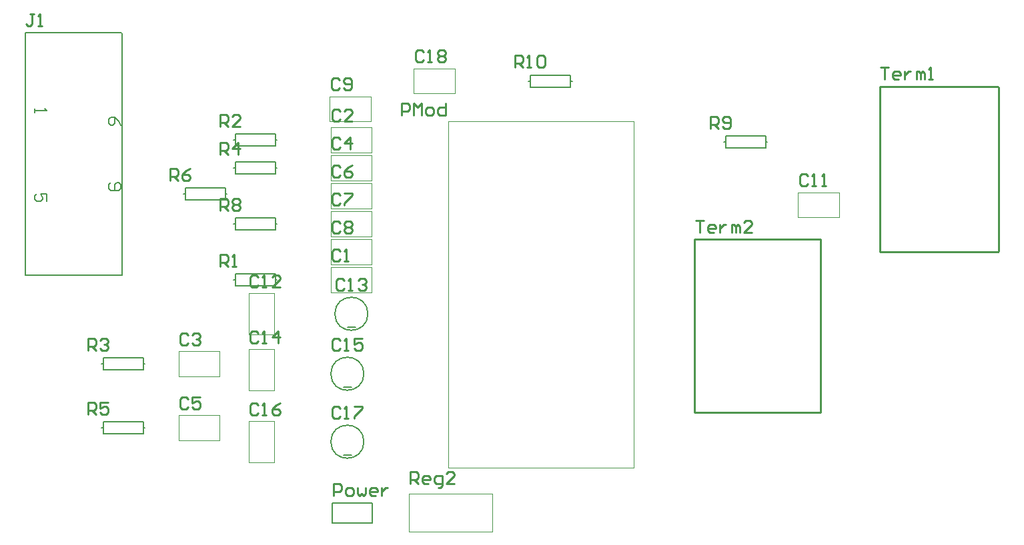
<source format=gto>
%FSLAX44Y44*%
%MOMM*%
G71*
G01*
G75*
%ADD10C,0.2000*%
%ADD11C,0.4000*%
%ADD12C,0.3000*%
%ADD13C,1.3000*%
%ADD14C,1.4000*%
%ADD15C,2.0000*%
%ADD16C,1.6900*%
%ADD17R,1.6900X1.6900*%
%ADD18C,4.7600*%
%ADD19C,1.5240*%
%ADD20R,1.5000X1.5000*%
%ADD21C,1.5000*%
%ADD22C,1.0000*%
%ADD23C,1.0160*%
%ADD24R,1.6660X1.6660*%
%ADD25R,1.7160X1.7160*%
%ADD26O,1.6660X2.5160*%
%ADD27C,2.1060*%
%ADD28C,4.2760*%
%ADD29C,2.0160*%
%ADD30C,1.9160*%
%ADD31C,1.8660*%
%ADD32C,1.5660*%
%ADD33C,2.2160*%
%ADD34C,1.5160*%
%ADD35C,0.1000*%
%ADD36C,0.2540*%
%ADD37C,0.1500*%
D10*
X962070Y913250D02*
G03*
X962070Y913250I-21000J0D01*
G01*
Y999610D02*
G03*
X962070Y999610I-21000J0D01*
G01*
X967150Y1075810D02*
G03*
X967150Y1075810I-21000J0D01*
G01*
X655320Y1124560D02*
Y1432560D01*
X532190Y1124890D02*
Y1432890D01*
Y1124890D02*
X653990D01*
X532190Y1432890D02*
X653990D01*
X922020Y810260D02*
Y835660D01*
X972820D01*
Y810260D02*
Y835660D01*
X922020Y810260D02*
X972820D01*
X849630Y1296670D02*
Y1304290D01*
X798830D02*
X849630D01*
X798830Y1289050D02*
Y1304290D01*
Y1289050D02*
X849630D01*
Y1296670D01*
X796544D02*
X798830D01*
X849630D02*
X851916D01*
X849630Y1118870D02*
Y1126490D01*
X798830D02*
X849630D01*
X798830Y1111250D02*
Y1126490D01*
Y1111250D02*
X849630D01*
Y1118870D01*
X796544D02*
X798830D01*
X849630D02*
X851916D01*
X1421130Y1286510D02*
Y1294130D01*
Y1286510D02*
X1471930D01*
Y1301750D01*
X1421130D02*
X1471930D01*
X1421130Y1294130D02*
Y1301750D01*
X1471930Y1294130D02*
X1474216D01*
X1418844D02*
X1421130D01*
X798830Y1182370D02*
Y1189990D01*
Y1182370D02*
X849630D01*
Y1197610D01*
X798830D02*
X849630D01*
X798830Y1189990D02*
Y1197610D01*
X849630Y1189990D02*
X851916D01*
X796544D02*
X798830D01*
X849630Y1261110D02*
Y1268730D01*
X798830D02*
X849630D01*
X798830Y1253490D02*
Y1268730D01*
Y1253490D02*
X849630D01*
Y1261110D01*
X796544D02*
X798830D01*
X849630D02*
X851916D01*
X681990Y1012190D02*
Y1019810D01*
X631190D02*
X681990D01*
X631190Y1004570D02*
Y1019810D01*
Y1004570D02*
X681990D01*
Y1012190D01*
X628904D02*
X631190D01*
X681990D02*
X684276D01*
X1224280Y1371600D02*
Y1379220D01*
X1173480D02*
X1224280D01*
X1173480Y1363980D02*
Y1379220D01*
Y1363980D02*
X1224280D01*
Y1371600D01*
X1171194D02*
X1173480D01*
X1224280D02*
X1226566D01*
X786130Y1228090D02*
Y1235710D01*
X735330D02*
X786130D01*
X735330Y1220470D02*
Y1235710D01*
Y1220470D02*
X786130D01*
Y1228090D01*
X733044D02*
X735330D01*
X786130D02*
X788416D01*
X681990Y930910D02*
Y938530D01*
X631190D02*
X681990D01*
X631190Y923290D02*
Y938530D01*
Y923290D02*
X681990D01*
Y930910D01*
X628904D02*
X631190D01*
X681990D02*
X684276D01*
X935990Y896620D02*
X946150D01*
X935990Y982980D02*
X946150D01*
X941070Y1059180D02*
X951230D01*
D35*
X1069340Y1320110D02*
X1304290D01*
Y880110D02*
Y1320110D01*
X1069340Y880110D02*
X1304290D01*
X1069340D02*
Y1320110D01*
X1018880Y798960D02*
X1124880D01*
X1018880D02*
Y846960D01*
X1124880D01*
Y798960D02*
Y846960D01*
X920150Y1280670D02*
X972150D01*
X920150D02*
Y1312670D01*
X972150D01*
Y1280670D02*
Y1312670D01*
X920150Y1102870D02*
X972150D01*
X920150D02*
Y1134870D01*
X972150D01*
Y1102870D02*
Y1134870D01*
X920150Y1173990D02*
X972150D01*
X920150D02*
Y1205990D01*
X972150D01*
Y1173990D02*
Y1205990D01*
X920150Y1245110D02*
X972150D01*
X920150D02*
Y1277110D01*
X972150D01*
Y1245110D02*
Y1277110D01*
X727110Y996190D02*
X779110D01*
X727110D02*
Y1028190D01*
X779110D01*
Y996190D02*
Y1028190D01*
X1025560Y1355600D02*
X1077560D01*
X1025560D02*
Y1387600D01*
X1077560D01*
Y1355600D02*
Y1387600D01*
X920150Y1138430D02*
X972150D01*
X920150D02*
Y1170430D01*
X972150D01*
Y1138430D02*
Y1170430D01*
X920150Y1209550D02*
X972150D01*
X920150D02*
Y1241550D01*
X972150D01*
Y1209550D02*
Y1241550D01*
X727110Y914910D02*
X779110D01*
X727110D02*
Y946910D01*
X779110D01*
Y914910D02*
Y946910D01*
X847850Y887130D02*
Y939130D01*
X815850Y887130D02*
X847850D01*
X815850D02*
Y939130D01*
X847850D01*
Y978570D02*
Y1030570D01*
X815850Y978570D02*
X847850D01*
X815850D02*
Y1030570D01*
X847850D01*
Y1049690D02*
Y1101690D01*
X815850Y1049690D02*
X847850D01*
X815850D02*
Y1101690D01*
X847850D01*
X918880Y1320040D02*
X970880D01*
X918880D02*
Y1352040D01*
X970880D01*
Y1320040D02*
Y1352040D01*
X1513240Y1198120D02*
X1565240D01*
X1513240D02*
Y1230120D01*
X1565240D01*
Y1198120D02*
Y1230120D01*
D36*
X1616710Y1155700D02*
Y1363980D01*
X1616640Y1364840D02*
X1766640D01*
X1767840Y1155700D02*
Y1363980D01*
X1766980Y1154840D02*
X1767840Y1155700D01*
X1616640Y1154840D02*
X1766980D01*
X1381760Y951230D02*
Y1169810D01*
X1381770Y950450D02*
X1541770D01*
X1541780Y951230D02*
Y1169670D01*
X1381770Y1170450D02*
X1541770D01*
X1010285Y1328293D02*
Y1343528D01*
X1017903D01*
X1020442Y1340989D01*
Y1335910D01*
X1017903Y1333371D01*
X1010285D01*
X1025520Y1328293D02*
Y1343528D01*
X1030598Y1338450D01*
X1035677Y1343528D01*
Y1328293D01*
X1043294D02*
X1048373D01*
X1050912Y1330832D01*
Y1335910D01*
X1048373Y1338450D01*
X1043294D01*
X1040755Y1335910D01*
Y1330832D01*
X1043294Y1328293D01*
X1066147Y1343528D02*
Y1328293D01*
X1058529D01*
X1055990Y1330832D01*
Y1335910D01*
X1058529Y1338450D01*
X1066147D01*
X543811Y1456685D02*
X538732D01*
X541272D01*
Y1443989D01*
X538732Y1441450D01*
X536193D01*
X533654Y1443989D01*
X548889Y1441450D02*
X553967D01*
X551428D01*
Y1456685D01*
X548889Y1454146D01*
X1020826Y860044D02*
Y875279D01*
X1028444D01*
X1030983Y872740D01*
Y867662D01*
X1028444Y865122D01*
X1020826D01*
X1025904D02*
X1030983Y860044D01*
X1043679D02*
X1038600D01*
X1036061Y862583D01*
Y867662D01*
X1038600Y870201D01*
X1043679D01*
X1046218Y867662D01*
Y865122D01*
X1036061D01*
X1056375Y854966D02*
X1058914D01*
X1061453Y857505D01*
Y870201D01*
X1053835D01*
X1051296Y867662D01*
Y862583D01*
X1053835Y860044D01*
X1061453D01*
X1076688D02*
X1066531D01*
X1076688Y870201D01*
Y872740D01*
X1074149Y875279D01*
X1069070D01*
X1066531Y872740D01*
X1383030Y1194557D02*
X1393187D01*
X1388108D01*
Y1179322D01*
X1405883D02*
X1400804D01*
X1398265Y1181861D01*
Y1186939D01*
X1400804Y1189479D01*
X1405883D01*
X1408422Y1186939D01*
Y1184400D01*
X1398265D01*
X1413500Y1189479D02*
Y1179322D01*
Y1184400D01*
X1416039Y1186939D01*
X1418578Y1189479D01*
X1421118D01*
X1428735Y1179322D02*
Y1189479D01*
X1431274D01*
X1433814Y1186939D01*
Y1179322D01*
Y1186939D01*
X1436353Y1189479D01*
X1438892Y1186939D01*
Y1179322D01*
X1454127D02*
X1443970D01*
X1454127Y1189479D01*
Y1192018D01*
X1451588Y1194557D01*
X1446510D01*
X1443970Y1192018D01*
X1617980Y1388867D02*
X1628137D01*
X1623058D01*
Y1373632D01*
X1640833D02*
X1635754D01*
X1633215Y1376171D01*
Y1381250D01*
X1635754Y1383789D01*
X1640833D01*
X1643372Y1381250D01*
Y1378710D01*
X1633215D01*
X1648450Y1383789D02*
Y1373632D01*
Y1378710D01*
X1650989Y1381250D01*
X1653528Y1383789D01*
X1656068D01*
X1663685Y1373632D02*
Y1383789D01*
X1666224D01*
X1668764Y1381250D01*
Y1373632D01*
Y1381250D01*
X1671303Y1383789D01*
X1673842Y1381250D01*
Y1373632D01*
X1678920D02*
X1683999D01*
X1681460D01*
Y1388867D01*
X1678920Y1386328D01*
X1153922Y1388618D02*
Y1403853D01*
X1161540D01*
X1164079Y1401314D01*
Y1396236D01*
X1161540Y1393696D01*
X1153922D01*
X1159000D02*
X1164079Y1388618D01*
X1169157D02*
X1174235D01*
X1171696D01*
Y1403853D01*
X1169157Y1401314D01*
X1181853D02*
X1184392Y1403853D01*
X1189471D01*
X1192010Y1401314D01*
Y1391157D01*
X1189471Y1388618D01*
X1184392D01*
X1181853Y1391157D01*
Y1401314D01*
X1401572Y1311148D02*
Y1326383D01*
X1409189D01*
X1411729Y1323844D01*
Y1318766D01*
X1409189Y1316226D01*
X1401572D01*
X1406650D02*
X1411729Y1311148D01*
X1416807Y1313687D02*
X1419346Y1311148D01*
X1424425D01*
X1426964Y1313687D01*
Y1323844D01*
X1424425Y1326383D01*
X1419346D01*
X1416807Y1323844D01*
Y1321305D01*
X1419346Y1318766D01*
X1426964D01*
X779272Y1207008D02*
Y1222243D01*
X786889D01*
X789429Y1219704D01*
Y1214625D01*
X786889Y1212086D01*
X779272D01*
X784350D02*
X789429Y1207008D01*
X794507Y1219704D02*
X797046Y1222243D01*
X802125D01*
X804664Y1219704D01*
Y1217165D01*
X802125Y1214625D01*
X804664Y1212086D01*
Y1209547D01*
X802125Y1207008D01*
X797046D01*
X794507Y1209547D01*
Y1212086D01*
X797046Y1214625D01*
X794507Y1217165D01*
Y1219704D01*
X797046Y1214625D02*
X802125D01*
X715772Y1245108D02*
Y1260343D01*
X723390D01*
X725929Y1257804D01*
Y1252726D01*
X723390Y1250186D01*
X715772D01*
X720850D02*
X725929Y1245108D01*
X741164Y1260343D02*
X736085Y1257804D01*
X731007Y1252726D01*
Y1247647D01*
X733546Y1245108D01*
X738625D01*
X741164Y1247647D01*
Y1250186D01*
X738625Y1252726D01*
X731007D01*
X611632Y947928D02*
Y963163D01*
X619249D01*
X621789Y960624D01*
Y955546D01*
X619249Y953006D01*
X611632D01*
X616710D02*
X621789Y947928D01*
X637024Y963163D02*
X626867D01*
Y955546D01*
X631945Y958085D01*
X634485D01*
X637024Y955546D01*
Y950467D01*
X634485Y947928D01*
X629406D01*
X626867Y950467D01*
X779272Y1278128D02*
Y1293363D01*
X786889D01*
X789429Y1290824D01*
Y1285746D01*
X786889Y1283206D01*
X779272D01*
X784350D02*
X789429Y1278128D01*
X802125D02*
Y1293363D01*
X794507Y1285746D01*
X804664D01*
X611632Y1029208D02*
Y1044443D01*
X619249D01*
X621789Y1041904D01*
Y1036825D01*
X619249Y1034286D01*
X611632D01*
X616710D02*
X621789Y1029208D01*
X626867Y1041904D02*
X629406Y1044443D01*
X634485D01*
X637024Y1041904D01*
Y1039365D01*
X634485Y1036825D01*
X631945D01*
X634485D01*
X637024Y1034286D01*
Y1031747D01*
X634485Y1029208D01*
X629406D01*
X626867Y1031747D01*
X779272Y1313688D02*
Y1328923D01*
X786889D01*
X789429Y1326384D01*
Y1321306D01*
X786889Y1318766D01*
X779272D01*
X784350D02*
X789429Y1313688D01*
X804664D02*
X794507D01*
X804664Y1323845D01*
Y1326384D01*
X802125Y1328923D01*
X797046D01*
X794507Y1326384D01*
X779272Y1135888D02*
Y1151123D01*
X786889D01*
X789429Y1148584D01*
Y1143505D01*
X786889Y1140966D01*
X779272D01*
X784350D02*
X789429Y1135888D01*
X794507D02*
X799585D01*
X797046D01*
Y1151123D01*
X794507Y1148584D01*
X923544Y844296D02*
Y859531D01*
X931161D01*
X933701Y856992D01*
Y851914D01*
X931161Y849374D01*
X923544D01*
X941318Y844296D02*
X946397D01*
X948936Y846835D01*
Y851914D01*
X946397Y854453D01*
X941318D01*
X938779Y851914D01*
Y846835D01*
X941318Y844296D01*
X954014Y854453D02*
Y846835D01*
X956553Y844296D01*
X959092Y846835D01*
X961632Y844296D01*
X964171Y846835D01*
Y854453D01*
X976867Y844296D02*
X971788D01*
X969249Y846835D01*
Y851914D01*
X971788Y854453D01*
X976867D01*
X979406Y851914D01*
Y849374D01*
X969249D01*
X984484Y854453D02*
Y844296D01*
Y849374D01*
X987023Y851914D01*
X989563Y854453D01*
X992102D01*
X1037714Y1408299D02*
X1035174Y1410838D01*
X1030096D01*
X1027557Y1408299D01*
Y1398142D01*
X1030096Y1395603D01*
X1035174D01*
X1037714Y1398142D01*
X1042792Y1395603D02*
X1047870D01*
X1045331D01*
Y1410838D01*
X1042792Y1408299D01*
X1055488D02*
X1058027Y1410838D01*
X1063105D01*
X1065645Y1408299D01*
Y1405760D01*
X1063105Y1403221D01*
X1065645Y1400681D01*
Y1398142D01*
X1063105Y1395603D01*
X1058027D01*
X1055488Y1398142D01*
Y1400681D01*
X1058027Y1403221D01*
X1055488Y1405760D01*
Y1408299D01*
X1058027Y1403221D02*
X1063105D01*
X931669Y955544D02*
X929129Y958083D01*
X924051D01*
X921512Y955544D01*
Y945387D01*
X924051Y942848D01*
X929129D01*
X931669Y945387D01*
X936747Y942848D02*
X941825D01*
X939286D01*
Y958083D01*
X936747Y955544D01*
X949443Y958083D02*
X959600D01*
Y955544D01*
X949443Y945387D01*
Y942848D01*
X828037Y959862D02*
X825498Y962401D01*
X820419D01*
X817880Y959862D01*
Y949705D01*
X820419Y947166D01*
X825498D01*
X828037Y949705D01*
X833115Y947166D02*
X838193D01*
X835654D01*
Y962401D01*
X833115Y959862D01*
X855968Y962401D02*
X850889Y959862D01*
X845811Y954783D01*
Y949705D01*
X848350Y947166D01*
X853428D01*
X855968Y949705D01*
Y952244D01*
X853428Y954783D01*
X845811D01*
X931669Y1041904D02*
X929129Y1044443D01*
X924051D01*
X921512Y1041904D01*
Y1031747D01*
X924051Y1029208D01*
X929129D01*
X931669Y1031747D01*
X936747Y1029208D02*
X941825D01*
X939286D01*
Y1044443D01*
X936747Y1041904D01*
X959600Y1044443D02*
X949443D01*
Y1036825D01*
X954521Y1039365D01*
X957060D01*
X959600Y1036825D01*
Y1031747D01*
X957060Y1029208D01*
X951982D01*
X949443Y1031747D01*
X828037Y1051302D02*
X825498Y1053841D01*
X820419D01*
X817880Y1051302D01*
Y1041145D01*
X820419Y1038606D01*
X825498D01*
X828037Y1041145D01*
X833115Y1038606D02*
X838193D01*
X835654D01*
Y1053841D01*
X833115Y1051302D01*
X853428Y1038606D02*
Y1053841D01*
X845811Y1046224D01*
X855968D01*
X936749Y1118104D02*
X934210Y1120643D01*
X929131D01*
X926592Y1118104D01*
Y1107947D01*
X929131Y1105408D01*
X934210D01*
X936749Y1107947D01*
X941827Y1105408D02*
X946905D01*
X944366D01*
Y1120643D01*
X941827Y1118104D01*
X954523D02*
X957062Y1120643D01*
X962141D01*
X964680Y1118104D01*
Y1115565D01*
X962141Y1113026D01*
X959601D01*
X962141D01*
X964680Y1110486D01*
Y1107947D01*
X962141Y1105408D01*
X957062D01*
X954523Y1107947D01*
X828037Y1122422D02*
X825498Y1124961D01*
X820419D01*
X817880Y1122422D01*
Y1112265D01*
X820419Y1109726D01*
X825498D01*
X828037Y1112265D01*
X833115Y1109726D02*
X838193D01*
X835654D01*
Y1124961D01*
X833115Y1122422D01*
X855968Y1109726D02*
X845811D01*
X855968Y1119883D01*
Y1122422D01*
X853428Y1124961D01*
X848350D01*
X845811Y1122422D01*
X1525521Y1250946D02*
X1522982Y1253485D01*
X1517903D01*
X1515364Y1250946D01*
Y1240789D01*
X1517903Y1238250D01*
X1522982D01*
X1525521Y1240789D01*
X1530599Y1238250D02*
X1535677D01*
X1533138D01*
Y1253485D01*
X1530599Y1250946D01*
X1543295Y1238250D02*
X1548373D01*
X1545834D01*
Y1253485D01*
X1543295Y1250946D01*
X931161Y1372866D02*
X928622Y1375405D01*
X923543D01*
X921004Y1372866D01*
Y1362709D01*
X923543Y1360170D01*
X928622D01*
X931161Y1362709D01*
X936239D02*
X938778Y1360170D01*
X943857D01*
X946396Y1362709D01*
Y1372866D01*
X943857Y1375405D01*
X938778D01*
X936239Y1372866D01*
Y1370327D01*
X938778Y1367787D01*
X946396D01*
X932304Y1191129D02*
X929764Y1193668D01*
X924686D01*
X922147Y1191129D01*
Y1180972D01*
X924686Y1178433D01*
X929764D01*
X932304Y1180972D01*
X937382Y1191129D02*
X939921Y1193668D01*
X945000D01*
X947539Y1191129D01*
Y1188590D01*
X945000Y1186050D01*
X947539Y1183511D01*
Y1180972D01*
X945000Y1178433D01*
X939921D01*
X937382Y1180972D01*
Y1183511D01*
X939921Y1186050D01*
X937382Y1188590D01*
Y1191129D01*
X939921Y1186050D02*
X945000D01*
X932304Y1226689D02*
X929764Y1229228D01*
X924686D01*
X922147Y1226689D01*
Y1216532D01*
X924686Y1213993D01*
X929764D01*
X932304Y1216532D01*
X937382Y1229228D02*
X947539D01*
Y1226689D01*
X937382Y1216532D01*
Y1213993D01*
X932304Y1262249D02*
X929764Y1264788D01*
X924686D01*
X922147Y1262249D01*
Y1252092D01*
X924686Y1249553D01*
X929764D01*
X932304Y1252092D01*
X947539Y1264788D02*
X942460Y1262249D01*
X937382Y1257170D01*
Y1252092D01*
X939921Y1249553D01*
X945000D01*
X947539Y1252092D01*
Y1254631D01*
X945000Y1257170D01*
X937382D01*
X739264Y967609D02*
X736724Y970148D01*
X731646D01*
X729107Y967609D01*
Y957452D01*
X731646Y954913D01*
X736724D01*
X739264Y957452D01*
X754499Y970148D02*
X744342D01*
Y962531D01*
X749420Y965070D01*
X751960D01*
X754499Y962531D01*
Y957452D01*
X751960Y954913D01*
X746881D01*
X744342Y957452D01*
X932304Y1297809D02*
X929764Y1300348D01*
X924686D01*
X922147Y1297809D01*
Y1287652D01*
X924686Y1285113D01*
X929764D01*
X932304Y1287652D01*
X945000Y1285113D02*
Y1300348D01*
X937382Y1292731D01*
X947539D01*
X739264Y1048889D02*
X736724Y1051428D01*
X731646D01*
X729107Y1048889D01*
Y1038732D01*
X731646Y1036193D01*
X736724D01*
X739264Y1038732D01*
X744342Y1048889D02*
X746881Y1051428D01*
X751960D01*
X754499Y1048889D01*
Y1046350D01*
X751960Y1043811D01*
X749420D01*
X751960D01*
X754499Y1041271D01*
Y1038732D01*
X751960Y1036193D01*
X746881D01*
X744342Y1038732D01*
X932304Y1333369D02*
X929764Y1335908D01*
X924686D01*
X922147Y1333369D01*
Y1323212D01*
X924686Y1320673D01*
X929764D01*
X932304Y1323212D01*
X947539Y1320673D02*
X937382D01*
X947539Y1330830D01*
Y1333369D01*
X945000Y1335908D01*
X939921D01*
X937382Y1333369D01*
X932304Y1155569D02*
X929764Y1158108D01*
X924686D01*
X922147Y1155569D01*
Y1145412D01*
X924686Y1142873D01*
X929764D01*
X932304Y1145412D01*
X937382Y1142873D02*
X942460D01*
X939921D01*
Y1158108D01*
X937382Y1155569D01*
D37*
X544590Y1336790D02*
Y1331792D01*
Y1334291D01*
X559585D01*
X557086Y1336790D01*
X559585Y1218493D02*
Y1228490D01*
X552088D01*
X554587Y1223492D01*
Y1220992D01*
X552088Y1218493D01*
X547089D01*
X544590Y1220992D01*
Y1225991D01*
X547089Y1228490D01*
X641089Y1242340D02*
X638590Y1239841D01*
Y1234842D01*
X641089Y1232343D01*
X651086D01*
X653585Y1234842D01*
Y1239841D01*
X651086Y1242340D01*
X648587D01*
X646088Y1239841D01*
Y1232343D01*
X653585Y1315443D02*
X651086Y1320442D01*
X646088Y1325440D01*
X641089D01*
X638590Y1322941D01*
Y1317942D01*
X641089Y1315443D01*
X643588D01*
X646088Y1317942D01*
Y1325440D01*
M02*

</source>
